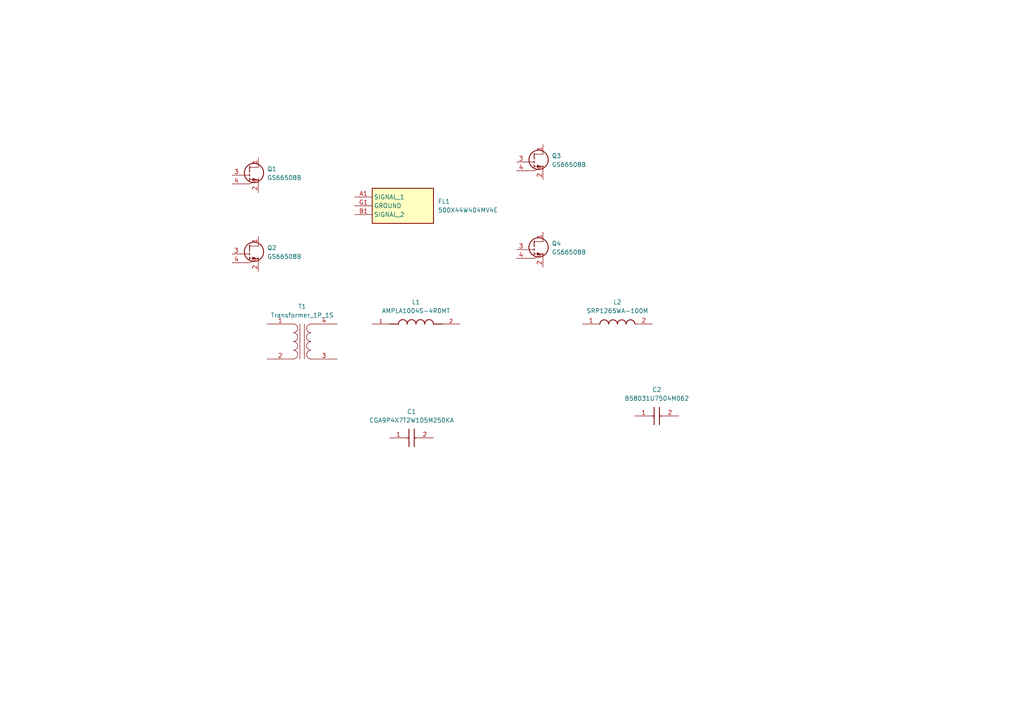
<source format=kicad_sch>
(kicad_sch
	(version 20231120)
	(generator "eeschema")
	(generator_version "8.0")
	(uuid "b82f84f7-1104-45fc-ac9a-6a9b988384b0")
	(paper "A4")
	(lib_symbols
		(symbol "500X44W404MV4E:500X44W404MV4E"
			(exclude_from_sim no)
			(in_bom yes)
			(on_board yes)
			(property "Reference" "FL"
				(at 24.13 7.62 0)
				(effects
					(font
						(size 1.27 1.27)
					)
					(justify left top)
				)
			)
			(property "Value" "500X44W404MV4E"
				(at 24.13 5.08 0)
				(effects
					(font
						(size 1.27 1.27)
					)
					(justify left top)
				)
			)
			(property "Footprint" "500X44W404MV4E"
				(at 24.13 -94.92 0)
				(effects
					(font
						(size 1.27 1.27)
					)
					(justify left top)
					(hide yes)
				)
			)
			(property "Datasheet" "https://www.johansondielectrics.com/downloads/emi-filter-and-decoupling-capacitors.pdf"
				(at 24.13 -194.92 0)
				(effects
					(font
						(size 1.27 1.27)
					)
					(justify left top)
					(hide yes)
				)
			)
			(property "Description" "Feed Through Capacitors 50volts 0.4uF 20% X7R"
				(at 0 0 0)
				(effects
					(font
						(size 1.27 1.27)
					)
					(hide yes)
				)
			)
			(property "Height" "1.778"
				(at 24.13 -394.92 0)
				(effects
					(font
						(size 1.27 1.27)
					)
					(justify left top)
					(hide yes)
				)
			)
			(property "Mouser Part Number" "605-500X44W404MV4E"
				(at 24.13 -494.92 0)
				(effects
					(font
						(size 1.27 1.27)
					)
					(justify left top)
					(hide yes)
				)
			)
			(property "Mouser Price/Stock" "https://www.mouser.co.uk/ProductDetail/Johanson-Dielectrics/500X44W404MV4E?qs=yCnrNFeXz%252BieuH0jCabfhg%3D%3D"
				(at 24.13 -594.92 0)
				(effects
					(font
						(size 1.27 1.27)
					)
					(justify left top)
					(hide yes)
				)
			)
			(property "Manufacturer_Name" "JOHANSON TECHNOLOGY"
				(at 24.13 -694.92 0)
				(effects
					(font
						(size 1.27 1.27)
					)
					(justify left top)
					(hide yes)
				)
			)
			(property "Manufacturer_Part_Number" "500X44W404MV4E"
				(at 24.13 -794.92 0)
				(effects
					(font
						(size 1.27 1.27)
					)
					(justify left top)
					(hide yes)
				)
			)
			(symbol "500X44W404MV4E_1_1"
				(rectangle
					(start 5.08 2.54)
					(end 22.86 -7.62)
					(stroke
						(width 0.254)
						(type default)
					)
					(fill
						(type background)
					)
				)
				(pin passive line
					(at 0 0 0)
					(length 5.08)
					(name "SIGNAL_1"
						(effects
							(font
								(size 1.27 1.27)
							)
						)
					)
					(number "A1"
						(effects
							(font
								(size 1.27 1.27)
							)
						)
					)
				)
				(pin passive line
					(at 0 -5.08 0)
					(length 5.08)
					(name "SIGNAL_2"
						(effects
							(font
								(size 1.27 1.27)
							)
						)
					)
					(number "B1"
						(effects
							(font
								(size 1.27 1.27)
							)
						)
					)
				)
				(pin passive line
					(at 0 -2.54 0)
					(length 5.08)
					(name "GROUND"
						(effects
							(font
								(size 1.27 1.27)
							)
						)
					)
					(number "G1"
						(effects
							(font
								(size 1.27 1.27)
							)
						)
					)
				)
			)
		)
		(symbol "AMPLA1004S-4R0MT:AMPLA1004S-4R0MT"
			(pin_names
				(offset 1.016)
			)
			(exclude_from_sim no)
			(in_bom yes)
			(on_board yes)
			(property "Reference" "L"
				(at -10.16 5.08 0)
				(effects
					(font
						(size 1.27 1.27)
					)
					(justify left bottom)
				)
			)
			(property "Value" "AMPLA1004S-4R0MT"
				(at -10.16 -5.08 0)
				(effects
					(font
						(size 1.27 1.27)
					)
					(justify left top)
				)
			)
			(property "Footprint" "AMPLA1004S-4R0MT:IND_AMPLA1004S-4R0MT"
				(at 0 0 0)
				(effects
					(font
						(size 1.27 1.27)
					)
					(justify bottom)
					(hide yes)
				)
			)
			(property "Datasheet" ""
				(at 0 0 0)
				(effects
					(font
						(size 1.27 1.27)
					)
					(hide yes)
				)
			)
			(property "Description" ""
				(at 0 0 0)
				(effects
					(font
						(size 1.27 1.27)
					)
					(hide yes)
				)
			)
			(property "MF" "Abracon LLC"
				(at 0 0 0)
				(effects
					(font
						(size 1.27 1.27)
					)
					(justify bottom)
					(hide yes)
				)
			)
			(property "MAXIMUM_PACKAGE_HEIGHT" "4.0 mm"
				(at 0 0 0)
				(effects
					(font
						(size 1.27 1.27)
					)
					(justify bottom)
					(hide yes)
				)
			)
			(property "Package" "Package"
				(at 0 0 0)
				(effects
					(font
						(size 1.27 1.27)
					)
					(justify bottom)
					(hide yes)
				)
			)
			(property "Price" "None"
				(at 0 0 0)
				(effects
					(font
						(size 1.27 1.27)
					)
					(justify bottom)
					(hide yes)
				)
			)
			(property "Check_prices" "https://www.snapeda.com/parts/AMPLA1004S-4R0MT/Abracon+LLC/view-part/?ref=eda"
				(at 0 0 0)
				(effects
					(font
						(size 1.27 1.27)
					)
					(justify bottom)
					(hide yes)
				)
			)
			(property "STANDARD" "Manufacturer Recommendations"
				(at 0 0 0)
				(effects
					(font
						(size 1.27 1.27)
					)
					(justify bottom)
					(hide yes)
				)
			)
			(property "PARTREV" "9/23/2019"
				(at 0 0 0)
				(effects
					(font
						(size 1.27 1.27)
					)
					(justify bottom)
					(hide yes)
				)
			)
			(property "SnapEDA_Link" "https://www.snapeda.com/parts/AMPLA1004S-4R0MT/Abracon+LLC/view-part/?ref=snap"
				(at 0 0 0)
				(effects
					(font
						(size 1.27 1.27)
					)
					(justify bottom)
					(hide yes)
				)
			)
			(property "MP" "AMPLA1004S-4R0MT"
				(at 0 0 0)
				(effects
					(font
						(size 1.27 1.27)
					)
					(justify bottom)
					(hide yes)
				)
			)
			(property "Purchase-URL" "https://www.snapeda.com/api/url_track_click_mouser/?unipart_id=6392982&manufacturer=Abracon LLC&part_name=AMPLA1004S-4R0MT&search_term= ampla1004s-4r0mt"
				(at 0 0 0)
				(effects
					(font
						(size 1.27 1.27)
					)
					(justify bottom)
					(hide yes)
				)
			)
			(property "Description_1" "\n4 µH Shielded Molded Inductor 10.2 A 15mOhm Max Nonstandard -\n"
				(at 0 0 0)
				(effects
					(font
						(size 1.27 1.27)
					)
					(justify bottom)
					(hide yes)
				)
			)
			(property "Availability" "In Stock"
				(at 0 0 0)
				(effects
					(font
						(size 1.27 1.27)
					)
					(justify bottom)
					(hide yes)
				)
			)
			(property "MANUFACTURER" "Abracon"
				(at 0 0 0)
				(effects
					(font
						(size 1.27 1.27)
					)
					(justify bottom)
					(hide yes)
				)
			)
			(symbol "AMPLA1004S-4R0MT_0_0"
				(arc
					(start -2.54 0)
					(mid -3.81 1.2645)
					(end -5.08 0)
					(stroke
						(width 0.254)
						(type default)
					)
					(fill
						(type none)
					)
				)
				(arc
					(start 0 0)
					(mid -1.27 1.2645)
					(end -2.54 0)
					(stroke
						(width 0.254)
						(type default)
					)
					(fill
						(type none)
					)
				)
				(polyline
					(pts
						(xy -5.08 0) (xy -7.62 0)
					)
					(stroke
						(width 0.254)
						(type default)
					)
					(fill
						(type none)
					)
				)
				(polyline
					(pts
						(xy 5.08 0) (xy 7.62 0)
					)
					(stroke
						(width 0.254)
						(type default)
					)
					(fill
						(type none)
					)
				)
				(arc
					(start 2.54 0)
					(mid 1.27 1.2645)
					(end 0 0)
					(stroke
						(width 0.254)
						(type default)
					)
					(fill
						(type none)
					)
				)
				(arc
					(start 5.08 0)
					(mid 3.81 1.2645)
					(end 2.54 0)
					(stroke
						(width 0.254)
						(type default)
					)
					(fill
						(type none)
					)
				)
				(pin passive line
					(at -12.7 0 0)
					(length 5.08)
					(name "~"
						(effects
							(font
								(size 1.016 1.016)
							)
						)
					)
					(number "1"
						(effects
							(font
								(size 1.016 1.016)
							)
						)
					)
				)
				(pin passive line
					(at 12.7 0 180)
					(length 5.08)
					(name "~"
						(effects
							(font
								(size 1.016 1.016)
							)
						)
					)
					(number "2"
						(effects
							(font
								(size 1.016 1.016)
							)
						)
					)
				)
			)
		)
		(symbol "B58031U7504M062:B58031U7504M062"
			(pin_names hide)
			(exclude_from_sim no)
			(in_bom yes)
			(on_board yes)
			(property "Reference" "C"
				(at 8.89 6.35 0)
				(effects
					(font
						(size 1.27 1.27)
					)
					(justify left top)
				)
			)
			(property "Value" "B58031U7504M062"
				(at 8.89 3.81 0)
				(effects
					(font
						(size 1.27 1.27)
					)
					(justify left top)
				)
			)
			(property "Footprint" "B58031U7504M062"
				(at 8.89 -96.19 0)
				(effects
					(font
						(size 1.27 1.27)
					)
					(justify left top)
					(hide yes)
				)
			)
			(property "Datasheet" "https://product.tdk.com/system/files/dam/doc/product/capacitor/ceramic/ceralink/data_sheet/20/10/ds/b58031_lp.pdf"
				(at 8.89 -196.19 0)
				(effects
					(font
						(size 1.27 1.27)
					)
					(justify left top)
					(hide yes)
				)
			)
			(property "Description" "Specialty Ceramic Capacitors 0.5uF 700V Ceralink LowProfile Capacitors for fast-switching semiconductors"
				(at 0 0 0)
				(effects
					(font
						(size 1.27 1.27)
					)
					(hide yes)
				)
			)
			(property "Height" "4.5"
				(at 8.89 -396.19 0)
				(effects
					(font
						(size 1.27 1.27)
					)
					(justify left top)
					(hide yes)
				)
			)
			(property "Mouser Part Number" "871-B58031U7504M062"
				(at 8.89 -496.19 0)
				(effects
					(font
						(size 1.27 1.27)
					)
					(justify left top)
					(hide yes)
				)
			)
			(property "Mouser Price/Stock" "https://www.mouser.co.uk/ProductDetail/EPCOS-TDK/B58031U7504M062?qs=%2FQ2qp2Z%2FWFy3CL6Fsp6ffA%3D%3D"
				(at 8.89 -596.19 0)
				(effects
					(font
						(size 1.27 1.27)
					)
					(justify left top)
					(hide yes)
				)
			)
			(property "Manufacturer_Name" "TDK"
				(at 8.89 -696.19 0)
				(effects
					(font
						(size 1.27 1.27)
					)
					(justify left top)
					(hide yes)
				)
			)
			(property "Manufacturer_Part_Number" "B58031U7504M062"
				(at 8.89 -796.19 0)
				(effects
					(font
						(size 1.27 1.27)
					)
					(justify left top)
					(hide yes)
				)
			)
			(symbol "B58031U7504M062_1_1"
				(polyline
					(pts
						(xy 5.08 0) (xy 5.588 0)
					)
					(stroke
						(width 0.254)
						(type default)
					)
					(fill
						(type none)
					)
				)
				(polyline
					(pts
						(xy 5.588 2.54) (xy 5.588 -2.54)
					)
					(stroke
						(width 0.254)
						(type default)
					)
					(fill
						(type none)
					)
				)
				(polyline
					(pts
						(xy 7.112 0) (xy 7.62 0)
					)
					(stroke
						(width 0.254)
						(type default)
					)
					(fill
						(type none)
					)
				)
				(polyline
					(pts
						(xy 7.112 2.54) (xy 7.112 -2.54)
					)
					(stroke
						(width 0.254)
						(type default)
					)
					(fill
						(type none)
					)
				)
				(pin passive line
					(at 0 0 0)
					(length 5.08)
					(name "+"
						(effects
							(font
								(size 1.27 1.27)
							)
						)
					)
					(number "1"
						(effects
							(font
								(size 1.27 1.27)
							)
						)
					)
				)
				(pin passive line
					(at 12.7 0 180)
					(length 5.08)
					(name "-"
						(effects
							(font
								(size 1.27 1.27)
							)
						)
					)
					(number "2"
						(effects
							(font
								(size 1.27 1.27)
							)
						)
					)
				)
			)
		)
		(symbol "CGA9P4X7T2W105M250KA:CGA9P4X7T2W105M250KA"
			(pin_names hide)
			(exclude_from_sim no)
			(in_bom yes)
			(on_board yes)
			(property "Reference" "C"
				(at 8.89 6.35 0)
				(effects
					(font
						(size 1.27 1.27)
					)
					(justify left top)
				)
			)
			(property "Value" "CGA9P4X7T2W105M250KA"
				(at 8.89 3.81 0)
				(effects
					(font
						(size 1.27 1.27)
					)
					(justify left top)
				)
			)
			(property "Footprint" "CAPC5750X280N"
				(at 8.89 -96.19 0)
				(effects
					(font
						(size 1.27 1.27)
					)
					(justify left top)
					(hide yes)
				)
			)
			(property "Datasheet" "https://product.tdk.com/system/files/dam/doc/product/capacitor/ceramic/mlcc/catalog/mlcc_automotive_midvoltage_en.pdf"
				(at 8.89 -196.19 0)
				(effects
					(font
						(size 1.27 1.27)
					)
					(justify left top)
					(hide yes)
				)
			)
			(property "Description" "Multilayer Ceramic Capacitors MLCC - SMD/SMT CGA 2220 450V 1uF X7T 20% AEC-Q200"
				(at 0 0 0)
				(effects
					(font
						(size 1.27 1.27)
					)
					(hide yes)
				)
			)
			(property "Height" "2.8"
				(at 8.89 -396.19 0)
				(effects
					(font
						(size 1.27 1.27)
					)
					(justify left top)
					(hide yes)
				)
			)
			(property "Mouser Part Number" "810-CGA9P4X7T2W105MA"
				(at 8.89 -496.19 0)
				(effects
					(font
						(size 1.27 1.27)
					)
					(justify left top)
					(hide yes)
				)
			)
			(property "Mouser Price/Stock" "https://www.mouser.co.uk/ProductDetail/TDK/CGA9P4X7T2W105M250KA?qs=xLDY6iXSiQZkSIOMY5VtRw%3D%3D"
				(at 8.89 -596.19 0)
				(effects
					(font
						(size 1.27 1.27)
					)
					(justify left top)
					(hide yes)
				)
			)
			(property "Manufacturer_Name" "TDK"
				(at 8.89 -696.19 0)
				(effects
					(font
						(size 1.27 1.27)
					)
					(justify left top)
					(hide yes)
				)
			)
			(property "Manufacturer_Part_Number" "CGA9P4X7T2W105M250KA"
				(at 8.89 -796.19 0)
				(effects
					(font
						(size 1.27 1.27)
					)
					(justify left top)
					(hide yes)
				)
			)
			(symbol "CGA9P4X7T2W105M250KA_1_1"
				(polyline
					(pts
						(xy 5.08 0) (xy 5.588 0)
					)
					(stroke
						(width 0.254)
						(type default)
					)
					(fill
						(type none)
					)
				)
				(polyline
					(pts
						(xy 5.588 2.54) (xy 5.588 -2.54)
					)
					(stroke
						(width 0.254)
						(type default)
					)
					(fill
						(type none)
					)
				)
				(polyline
					(pts
						(xy 7.112 0) (xy 7.62 0)
					)
					(stroke
						(width 0.254)
						(type default)
					)
					(fill
						(type none)
					)
				)
				(polyline
					(pts
						(xy 7.112 2.54) (xy 7.112 -2.54)
					)
					(stroke
						(width 0.254)
						(type default)
					)
					(fill
						(type none)
					)
				)
				(pin passive line
					(at 0 0 0)
					(length 5.08)
					(name "1"
						(effects
							(font
								(size 1.27 1.27)
							)
						)
					)
					(number "1"
						(effects
							(font
								(size 1.27 1.27)
							)
						)
					)
				)
				(pin passive line
					(at 12.7 0 180)
					(length 5.08)
					(name "2"
						(effects
							(font
								(size 1.27 1.27)
							)
						)
					)
					(number "2"
						(effects
							(font
								(size 1.27 1.27)
							)
						)
					)
				)
			)
		)
		(symbol "Device:Transformer_1P_1S"
			(pin_names
				(offset 1.016) hide)
			(exclude_from_sim no)
			(in_bom yes)
			(on_board yes)
			(property "Reference" "T"
				(at 0 6.35 0)
				(effects
					(font
						(size 1.27 1.27)
					)
				)
			)
			(property "Value" "Transformer_1P_1S"
				(at 0 -7.62 0)
				(effects
					(font
						(size 1.27 1.27)
					)
				)
			)
			(property "Footprint" ""
				(at 0 0 0)
				(effects
					(font
						(size 1.27 1.27)
					)
					(hide yes)
				)
			)
			(property "Datasheet" "~"
				(at 0 0 0)
				(effects
					(font
						(size 1.27 1.27)
					)
					(hide yes)
				)
			)
			(property "Description" "Transformer, single primary, single secondary"
				(at 0 0 0)
				(effects
					(font
						(size 1.27 1.27)
					)
					(hide yes)
				)
			)
			(property "ki_keywords" "transformer coil magnet"
				(at 0 0 0)
				(effects
					(font
						(size 1.27 1.27)
					)
					(hide yes)
				)
			)
			(symbol "Transformer_1P_1S_0_1"
				(arc
					(start -2.54 -5.0546)
					(mid -1.6599 -4.6901)
					(end -1.27 -3.81)
					(stroke
						(width 0)
						(type default)
					)
					(fill
						(type none)
					)
				)
				(arc
					(start -2.54 -2.5146)
					(mid -1.6599 -2.1501)
					(end -1.27 -1.27)
					(stroke
						(width 0)
						(type default)
					)
					(fill
						(type none)
					)
				)
				(arc
					(start -2.54 0.0254)
					(mid -1.6599 0.3899)
					(end -1.27 1.27)
					(stroke
						(width 0)
						(type default)
					)
					(fill
						(type none)
					)
				)
				(arc
					(start -2.54 2.5654)
					(mid -1.6599 2.9299)
					(end -1.27 3.81)
					(stroke
						(width 0)
						(type default)
					)
					(fill
						(type none)
					)
				)
				(arc
					(start -1.27 -3.81)
					(mid -1.642 -2.912)
					(end -2.54 -2.54)
					(stroke
						(width 0)
						(type default)
					)
					(fill
						(type none)
					)
				)
				(arc
					(start -1.27 -1.27)
					(mid -1.642 -0.372)
					(end -2.54 0)
					(stroke
						(width 0)
						(type default)
					)
					(fill
						(type none)
					)
				)
				(arc
					(start -1.27 1.27)
					(mid -1.642 2.168)
					(end -2.54 2.54)
					(stroke
						(width 0)
						(type default)
					)
					(fill
						(type none)
					)
				)
				(arc
					(start -1.27 3.81)
					(mid -1.642 4.708)
					(end -2.54 5.08)
					(stroke
						(width 0)
						(type default)
					)
					(fill
						(type none)
					)
				)
				(polyline
					(pts
						(xy -0.635 5.08) (xy -0.635 -5.08)
					)
					(stroke
						(width 0)
						(type default)
					)
					(fill
						(type none)
					)
				)
				(polyline
					(pts
						(xy 0.635 -5.08) (xy 0.635 5.08)
					)
					(stroke
						(width 0)
						(type default)
					)
					(fill
						(type none)
					)
				)
				(arc
					(start 1.2954 -1.27)
					(mid 1.6599 -2.1501)
					(end 2.54 -2.5146)
					(stroke
						(width 0)
						(type default)
					)
					(fill
						(type none)
					)
				)
				(arc
					(start 1.2954 1.27)
					(mid 1.6599 0.3899)
					(end 2.54 0.0254)
					(stroke
						(width 0)
						(type default)
					)
					(fill
						(type none)
					)
				)
				(arc
					(start 1.2954 3.81)
					(mid 1.6599 2.9299)
					(end 2.54 2.5654)
					(stroke
						(width 0)
						(type default)
					)
					(fill
						(type none)
					)
				)
				(arc
					(start 1.3208 -3.81)
					(mid 1.6853 -4.6901)
					(end 2.5654 -5.0546)
					(stroke
						(width 0)
						(type default)
					)
					(fill
						(type none)
					)
				)
				(arc
					(start 2.54 0)
					(mid 1.642 -0.372)
					(end 1.2954 -1.27)
					(stroke
						(width 0)
						(type default)
					)
					(fill
						(type none)
					)
				)
				(arc
					(start 2.54 2.54)
					(mid 1.642 2.168)
					(end 1.2954 1.27)
					(stroke
						(width 0)
						(type default)
					)
					(fill
						(type none)
					)
				)
				(arc
					(start 2.54 5.08)
					(mid 1.642 4.708)
					(end 1.2954 3.81)
					(stroke
						(width 0)
						(type default)
					)
					(fill
						(type none)
					)
				)
				(arc
					(start 2.5654 -2.54)
					(mid 1.6674 -2.912)
					(end 1.3208 -3.81)
					(stroke
						(width 0)
						(type default)
					)
					(fill
						(type none)
					)
				)
			)
			(symbol "Transformer_1P_1S_1_1"
				(pin passive line
					(at -10.16 5.08 0)
					(length 7.62)
					(name "AA"
						(effects
							(font
								(size 1.27 1.27)
							)
						)
					)
					(number "1"
						(effects
							(font
								(size 1.27 1.27)
							)
						)
					)
				)
				(pin passive line
					(at -10.16 -5.08 0)
					(length 7.62)
					(name "AB"
						(effects
							(font
								(size 1.27 1.27)
							)
						)
					)
					(number "2"
						(effects
							(font
								(size 1.27 1.27)
							)
						)
					)
				)
				(pin passive line
					(at 10.16 -5.08 180)
					(length 7.62)
					(name "SA"
						(effects
							(font
								(size 1.27 1.27)
							)
						)
					)
					(number "3"
						(effects
							(font
								(size 1.27 1.27)
							)
						)
					)
				)
				(pin passive line
					(at 10.16 5.08 180)
					(length 7.62)
					(name "SB"
						(effects
							(font
								(size 1.27 1.27)
							)
						)
					)
					(number "4"
						(effects
							(font
								(size 1.27 1.27)
							)
						)
					)
				)
			)
		)
		(symbol "SRP1265WA-100M:SRP1265WA-100M"
			(pin_names hide)
			(exclude_from_sim no)
			(in_bom yes)
			(on_board yes)
			(property "Reference" "L"
				(at 16.51 6.35 0)
				(effects
					(font
						(size 1.27 1.27)
					)
					(justify left top)
				)
			)
			(property "Value" "SRP1265WA-100M"
				(at 16.51 3.81 0)
				(effects
					(font
						(size 1.27 1.27)
					)
					(justify left top)
				)
			)
			(property "Footprint" "SRP1265WA100M"
				(at 16.51 -96.19 0)
				(effects
					(font
						(size 1.27 1.27)
					)
					(justify left top)
					(hide yes)
				)
			)
			(property "Datasheet" "http://www.bourns.com/docs/Product-Datasheets/SRP1265WA.pdf"
				(at 16.51 -196.19 0)
				(effects
					(font
						(size 1.27 1.27)
					)
					(justify left top)
					(hide yes)
				)
			)
			(property "Description" "Ind,13.6x12.6x6.2mm,10uH+/-20%,12A,shd"
				(at 0 0 0)
				(effects
					(font
						(size 1.27 1.27)
					)
					(hide yes)
				)
			)
			(property "Height" "6.5"
				(at 16.51 -396.19 0)
				(effects
					(font
						(size 1.27 1.27)
					)
					(justify left top)
					(hide yes)
				)
			)
			(property "Mouser Part Number" "652-SRP1265WA-100M"
				(at 16.51 -496.19 0)
				(effects
					(font
						(size 1.27 1.27)
					)
					(justify left top)
					(hide yes)
				)
			)
			(property "Mouser Price/Stock" "https://www.mouser.co.uk/ProductDetail/Bourns/SRP1265WA-100M?qs=Li%252BoUPsLEnsivRTJgF%252Bc3A%3D%3D"
				(at 16.51 -596.19 0)
				(effects
					(font
						(size 1.27 1.27)
					)
					(justify left top)
					(hide yes)
				)
			)
			(property "Manufacturer_Name" "Bourns"
				(at 16.51 -696.19 0)
				(effects
					(font
						(size 1.27 1.27)
					)
					(justify left top)
					(hide yes)
				)
			)
			(property "Manufacturer_Part_Number" "SRP1265WA-100M"
				(at 16.51 -796.19 0)
				(effects
					(font
						(size 1.27 1.27)
					)
					(justify left top)
					(hide yes)
				)
			)
			(symbol "SRP1265WA-100M_1_1"
				(arc
					(start 7.62 0)
					(mid 6.35 1.219)
					(end 5.08 0)
					(stroke
						(width 0.254)
						(type default)
					)
					(fill
						(type none)
					)
				)
				(arc
					(start 10.16 0)
					(mid 8.89 1.219)
					(end 7.62 0)
					(stroke
						(width 0.254)
						(type default)
					)
					(fill
						(type none)
					)
				)
				(arc
					(start 12.7 0)
					(mid 11.43 1.219)
					(end 10.16 0)
					(stroke
						(width 0.254)
						(type default)
					)
					(fill
						(type none)
					)
				)
				(arc
					(start 15.24 0)
					(mid 13.97 1.219)
					(end 12.7 0)
					(stroke
						(width 0.254)
						(type default)
					)
					(fill
						(type none)
					)
				)
				(pin passive line
					(at 0 0 0)
					(length 5.08)
					(name "1"
						(effects
							(font
								(size 1.27 1.27)
							)
						)
					)
					(number "1"
						(effects
							(font
								(size 1.27 1.27)
							)
						)
					)
				)
				(pin passive line
					(at 20.32 0 180)
					(length 5.08)
					(name "2"
						(effects
							(font
								(size 1.27 1.27)
							)
						)
					)
					(number "2"
						(effects
							(font
								(size 1.27 1.27)
							)
						)
					)
				)
			)
		)
		(symbol "Transistor_FET:GS66508B"
			(pin_names
				(offset 0) hide)
			(exclude_from_sim no)
			(in_bom yes)
			(on_board yes)
			(property "Reference" "Q"
				(at 5.08 1.905 0)
				(effects
					(font
						(size 1.27 1.27)
					)
					(justify left)
				)
			)
			(property "Value" "GS66508B"
				(at 5.08 0 0)
				(effects
					(font
						(size 1.27 1.27)
					)
					(justify left)
				)
			)
			(property "Footprint" "Transistor_Power:GaN_Systems_GaNPX-4_7x8.4mm"
				(at 5.08 -1.905 0)
				(effects
					(font
						(size 1.27 1.27)
						(italic yes)
					)
					(justify left)
					(hide yes)
				)
			)
			(property "Datasheet" "https://gansystems.com/wp-content/uploads/2020/04/GS66508B-DS-Rev-200402.pdf"
				(at 5.08 -3.81 0)
				(effects
					(font
						(size 1.27 1.27)
					)
					(justify left)
					(hide yes)
				)
			)
			(property "Description" "Bottom-side cooled 650 V E-mode GaN transistor, 30A Id, GaN_PX"
				(at 0 0 0)
				(effects
					(font
						(size 1.27 1.27)
					)
					(hide yes)
				)
			)
			(property "ki_keywords" "gan hemt bottom side cooled 650v enhancement mode 30a Id"
				(at 0 0 0)
				(effects
					(font
						(size 1.27 1.27)
					)
					(hide yes)
				)
			)
			(property "ki_fp_filters" "GaN?Systems?GaNPX*7x8.4mm*"
				(at 0 0 0)
				(effects
					(font
						(size 1.27 1.27)
					)
					(hide yes)
				)
			)
			(symbol "GS66508B_0_1"
				(polyline
					(pts
						(xy -2.54 -2.54) (xy 0 -2.54)
					)
					(stroke
						(width 0)
						(type default)
					)
					(fill
						(type none)
					)
				)
				(polyline
					(pts
						(xy 0 -2.54) (xy 2.54 -1.27)
					)
					(stroke
						(width 0)
						(type default)
					)
					(fill
						(type none)
					)
				)
				(polyline
					(pts
						(xy 0 0) (xy -2.54 0)
					)
					(stroke
						(width 0)
						(type default)
					)
					(fill
						(type none)
					)
				)
				(polyline
					(pts
						(xy 0 2.286) (xy 2.54 2.286)
					)
					(stroke
						(width 0)
						(type default)
					)
					(fill
						(type none)
					)
				)
				(polyline
					(pts
						(xy 2.54 -2.54) (xy 2.54 -1.27)
					)
					(stroke
						(width 0)
						(type default)
					)
					(fill
						(type none)
					)
				)
				(polyline
					(pts
						(xy 2.54 -1.27) (xy 0 -1.27)
					)
					(stroke
						(width 0)
						(type default)
					)
					(fill
						(type none)
					)
				)
				(polyline
					(pts
						(xy 2.54 2.286) (xy 2.54 2.54)
					)
					(stroke
						(width 0)
						(type default)
					)
					(fill
						(type none)
					)
				)
				(polyline
					(pts
						(xy 1.905 -1.27) (xy 0.889 -0.889) (xy 0.889 -1.651) (xy 1.905 -1.27)
					)
					(stroke
						(width 0)
						(type default)
					)
					(fill
						(type outline)
					)
				)
				(circle
					(center 1.27 0.635)
					(radius 2.794)
					(stroke
						(width 0.254)
						(type default)
					)
					(fill
						(type none)
					)
				)
				(circle
					(center 2.54 -1.27)
					(radius 0.127)
					(stroke
						(width 0)
						(type default)
					)
					(fill
						(type none)
					)
				)
			)
			(symbol "GS66508B_1_1"
				(polyline
					(pts
						(xy 0 -0.889) (xy 0 -1.524)
					)
					(stroke
						(width 0.254)
						(type default)
					)
					(fill
						(type none)
					)
				)
				(polyline
					(pts
						(xy 0 0.254) (xy 0 -0.254)
					)
					(stroke
						(width 0.254)
						(type default)
					)
					(fill
						(type none)
					)
				)
				(polyline
					(pts
						(xy 0 0.889) (xy 0 2.54)
					)
					(stroke
						(width 0.254)
						(type default)
					)
					(fill
						(type none)
					)
				)
				(pin passive line
					(at 2.54 5.08 270)
					(length 2.54)
					(name "D"
						(effects
							(font
								(size 1.27 1.27)
							)
						)
					)
					(number "1"
						(effects
							(font
								(size 1.27 1.27)
							)
						)
					)
				)
				(pin passive line
					(at 2.54 -5.08 90)
					(length 2.54)
					(name "S"
						(effects
							(font
								(size 1.27 1.27)
							)
						)
					)
					(number "2"
						(effects
							(font
								(size 1.27 1.27)
							)
						)
					)
				)
				(pin input line
					(at -5.08 0 0)
					(length 2.54)
					(name "G"
						(effects
							(font
								(size 1.27 1.27)
							)
						)
					)
					(number "3"
						(effects
							(font
								(size 1.27 1.27)
							)
						)
					)
				)
				(pin passive line
					(at -5.08 -2.54 0)
					(length 2.54)
					(name "SS"
						(effects
							(font
								(size 1.27 1.27)
							)
						)
					)
					(number "4"
						(effects
							(font
								(size 1.27 1.27)
							)
						)
					)
				)
			)
		)
	)
	(symbol
		(lib_id "B58031U7504M062:B58031U7504M062")
		(at 184.15 120.65 0)
		(unit 1)
		(exclude_from_sim no)
		(in_bom yes)
		(on_board yes)
		(dnp no)
		(fields_autoplaced yes)
		(uuid "0a3ce295-fb54-4df4-9c58-d760b1ccb57e")
		(property "Reference" "C2"
			(at 190.5 113.03 0)
			(effects
				(font
					(size 1.27 1.27)
				)
			)
		)
		(property "Value" "B58031U7504M062"
			(at 190.5 115.57 0)
			(effects
				(font
					(size 1.27 1.27)
				)
			)
		)
		(property "Footprint" "B58031U7504M062:B58031U7504M062"
			(at 193.04 216.84 0)
			(effects
				(font
					(size 1.27 1.27)
				)
				(justify left top)
				(hide yes)
			)
		)
		(property "Datasheet" "https://product.tdk.com/system/files/dam/doc/product/capacitor/ceramic/ceralink/data_sheet/20/10/ds/b58031_lp.pdf"
			(at 193.04 316.84 0)
			(effects
				(font
					(size 1.27 1.27)
				)
				(justify left top)
				(hide yes)
			)
		)
		(property "Description" "Specialty Ceramic Capacitors 0.5uF 700V Ceralink LowProfile Capacitors for fast-switching semiconductors"
			(at 184.15 120.65 0)
			(effects
				(font
					(size 1.27 1.27)
				)
				(hide yes)
			)
		)
		(property "Height" "4.5"
			(at 193.04 516.84 0)
			(effects
				(font
					(size 1.27 1.27)
				)
				(justify left top)
				(hide yes)
			)
		)
		(property "Mouser Part Number" "871-B58031U7504M062"
			(at 193.04 616.84 0)
			(effects
				(font
					(size 1.27 1.27)
				)
				(justify left top)
				(hide yes)
			)
		)
		(property "Mouser Price/Stock" "https://www.mouser.co.uk/ProductDetail/EPCOS-TDK/B58031U7504M062?qs=%2FQ2qp2Z%2FWFy3CL6Fsp6ffA%3D%3D"
			(at 193.04 716.84 0)
			(effects
				(font
					(size 1.27 1.27)
				)
				(justify left top)
				(hide yes)
			)
		)
		(property "Manufacturer_Name" "TDK"
			(at 193.04 816.84 0)
			(effects
				(font
					(size 1.27 1.27)
				)
				(justify left top)
				(hide yes)
			)
		)
		(property "Manufacturer_Part_Number" "B58031U7504M062"
			(at 193.04 916.84 0)
			(effects
				(font
					(size 1.27 1.27)
				)
				(justify left top)
				(hide yes)
			)
		)
		(pin "1"
			(uuid "284d7b68-2c90-48bb-a4fd-5b4b397c4bf8")
		)
		(pin "2"
			(uuid "4e68cfad-518e-47f4-b942-4fdb05b9628e")
		)
		(instances
			(project ""
				(path "/b82f84f7-1104-45fc-ac9a-6a9b988384b0"
					(reference "C2")
					(unit 1)
				)
			)
		)
	)
	(symbol
		(lib_id "Transistor_FET:GS66508B")
		(at 72.39 50.8 0)
		(unit 1)
		(exclude_from_sim no)
		(in_bom yes)
		(on_board yes)
		(dnp no)
		(fields_autoplaced yes)
		(uuid "1bb42459-c909-4fb9-9d8c-477109c87f09")
		(property "Reference" "Q1"
			(at 77.47 49.0219 0)
			(effects
				(font
					(size 1.27 1.27)
				)
				(justify left)
			)
		)
		(property "Value" "GS66508B"
			(at 77.47 51.5619 0)
			(effects
				(font
					(size 1.27 1.27)
				)
				(justify left)
			)
		)
		(property "Footprint" "Transistor_Power:GaN_Systems_GaNPX-4_7x8.4mm"
			(at 77.47 52.705 0)
			(effects
				(font
					(size 1.27 1.27)
					(italic yes)
				)
				(justify left)
				(hide yes)
			)
		)
		(property "Datasheet" "https://gansystems.com/wp-content/uploads/2020/04/GS66508B-DS-Rev-200402.pdf"
			(at 77.47 54.61 0)
			(effects
				(font
					(size 1.27 1.27)
				)
				(justify left)
				(hide yes)
			)
		)
		(property "Description" "Bottom-side cooled 650 V E-mode GaN transistor, 30A Id, GaN_PX"
			(at 72.39 50.8 0)
			(effects
				(font
					(size 1.27 1.27)
				)
				(hide yes)
			)
		)
		(pin "2"
			(uuid "b4365294-7c8d-4ad9-826d-6b5bab845db8")
		)
		(pin "1"
			(uuid "c11b4ee0-9112-41e3-88b7-2df8a3344d5a")
		)
		(pin "3"
			(uuid "37a47334-af42-4581-8db9-d1b572386f93")
		)
		(pin "4"
			(uuid "9930272e-f84e-4a20-8673-72147c130738")
		)
		(instances
			(project ""
				(path "/b82f84f7-1104-45fc-ac9a-6a9b988384b0"
					(reference "Q1")
					(unit 1)
				)
			)
		)
	)
	(symbol
		(lib_id "Transistor_FET:GS66508B")
		(at 154.94 46.99 0)
		(unit 1)
		(exclude_from_sim no)
		(in_bom yes)
		(on_board yes)
		(dnp no)
		(fields_autoplaced yes)
		(uuid "249d58a3-f441-43d4-b8f8-8d6a72ad60fc")
		(property "Reference" "Q3"
			(at 160.02 45.2119 0)
			(effects
				(font
					(size 1.27 1.27)
				)
				(justify left)
			)
		)
		(property "Value" "GS66508B"
			(at 160.02 47.7519 0)
			(effects
				(font
					(size 1.27 1.27)
				)
				(justify left)
			)
		)
		(property "Footprint" "Transistor_Power:GaN_Systems_GaNPX-4_7x8.4mm"
			(at 160.02 48.895 0)
			(effects
				(font
					(size 1.27 1.27)
					(italic yes)
				)
				(justify left)
				(hide yes)
			)
		)
		(property "Datasheet" "https://gansystems.com/wp-content/uploads/2020/04/GS66508B-DS-Rev-200402.pdf"
			(at 160.02 50.8 0)
			(effects
				(font
					(size 1.27 1.27)
				)
				(justify left)
				(hide yes)
			)
		)
		(property "Description" "Bottom-side cooled 650 V E-mode GaN transistor, 30A Id, GaN_PX"
			(at 154.94 46.99 0)
			(effects
				(font
					(size 1.27 1.27)
				)
				(hide yes)
			)
		)
		(pin "2"
			(uuid "7547d121-b2c0-4d2a-9230-81ed645b46fe")
		)
		(pin "1"
			(uuid "19685c2d-ce58-404a-b2f6-e1b946a706be")
		)
		(pin "3"
			(uuid "6eade50b-bee8-4536-b92e-4eebb8e88038")
		)
		(pin "4"
			(uuid "0a85fda3-2214-4cc8-8804-847d06d0e33c")
		)
		(instances
			(project "Evaluation_assignment"
				(path "/b82f84f7-1104-45fc-ac9a-6a9b988384b0"
					(reference "Q3")
					(unit 1)
				)
			)
		)
	)
	(symbol
		(lib_id "AMPLA1004S-4R0MT:AMPLA1004S-4R0MT")
		(at 120.65 93.98 0)
		(unit 1)
		(exclude_from_sim no)
		(in_bom yes)
		(on_board yes)
		(dnp no)
		(fields_autoplaced yes)
		(uuid "2a748acd-e3a9-4a14-bd86-1a9d609756ed")
		(property "Reference" "L1"
			(at 120.65 87.63 0)
			(effects
				(font
					(size 1.27 1.27)
				)
			)
		)
		(property "Value" "AMPLA1004S-4R0MT"
			(at 120.65 90.17 0)
			(effects
				(font
					(size 1.27 1.27)
				)
			)
		)
		(property "Footprint" "Assignment_design:IND_AMPLA1004S-4R0MT"
			(at 120.65 93.98 0)
			(effects
				(font
					(size 1.27 1.27)
				)
				(justify bottom)
				(hide yes)
			)
		)
		(property "Datasheet" ""
			(at 120.65 93.98 0)
			(effects
				(font
					(size 1.27 1.27)
				)
				(hide yes)
			)
		)
		(property "Description" ""
			(at 120.65 93.98 0)
			(effects
				(font
					(size 1.27 1.27)
				)
				(hide yes)
			)
		)
		(property "MF" "Abracon LLC"
			(at 120.65 93.98 0)
			(effects
				(font
					(size 1.27 1.27)
				)
				(justify bottom)
				(hide yes)
			)
		)
		(property "MAXIMUM_PACKAGE_HEIGHT" "4.0 mm"
			(at 120.65 93.98 0)
			(effects
				(font
					(size 1.27 1.27)
				)
				(justify bottom)
				(hide yes)
			)
		)
		(property "Package" "Package"
			(at 120.65 93.98 0)
			(effects
				(font
					(size 1.27 1.27)
				)
				(justify bottom)
				(hide yes)
			)
		)
		(property "Price" "None"
			(at 120.65 93.98 0)
			(effects
				(font
					(size 1.27 1.27)
				)
				(justify bottom)
				(hide yes)
			)
		)
		(property "Check_prices" "https://www.snapeda.com/parts/AMPLA1004S-4R0MT/Abracon+LLC/view-part/?ref=eda"
			(at 120.65 93.98 0)
			(effects
				(font
					(size 1.27 1.27)
				)
				(justify bottom)
				(hide yes)
			)
		)
		(property "STANDARD" "Manufacturer Recommendations"
			(at 120.65 93.98 0)
			(effects
				(font
					(size 1.27 1.27)
				)
				(justify bottom)
				(hide yes)
			)
		)
		(property "PARTREV" "9/23/2019"
			(at 120.65 93.98 0)
			(effects
				(font
					(size 1.27 1.27)
				)
				(justify bottom)
				(hide yes)
			)
		)
		(property "SnapEDA_Link" "https://www.snapeda.com/parts/AMPLA1004S-4R0MT/Abracon+LLC/view-part/?ref=snap"
			(at 120.65 93.98 0)
			(effects
				(font
					(size 1.27 1.27)
				)
				(justify bottom)
				(hide yes)
			)
		)
		(property "MP" "AMPLA1004S-4R0MT"
			(at 120.65 93.98 0)
			(effects
				(font
					(size 1.27 1.27)
				)
				(justify bottom)
				(hide yes)
			)
		)
		(property "Purchase-URL" "https://www.snapeda.com/api/url_track_click_mouser/?unipart_id=6392982&manufacturer=Abracon LLC&part_name=AMPLA1004S-4R0MT&search_term= ampla1004s-4r0mt"
			(at 120.65 93.98 0)
			(effects
				(font
					(size 1.27 1.27)
				)
				(justify bottom)
				(hide yes)
			)
		)
		(property "Description_1" "\n4 µH Shielded Molded Inductor 10.2 A 15mOhm Max Nonstandard -\n"
			(at 120.65 93.98 0)
			(effects
				(font
					(size 1.27 1.27)
				)
				(justify bottom)
				(hide yes)
			)
		)
		(property "Availability" "In Stock"
			(at 120.65 93.98 0)
			(effects
				(font
					(size 1.27 1.27)
				)
				(justify bottom)
				(hide yes)
			)
		)
		(property "MANUFACTURER" "Abracon"
			(at 120.65 93.98 0)
			(effects
				(font
					(size 1.27 1.27)
				)
				(justify bottom)
				(hide yes)
			)
		)
		(pin "1"
			(uuid "ed76f71b-eb5c-47e6-8ed1-2987dbe99407")
		)
		(pin "2"
			(uuid "76b9d7cc-d7b7-4085-8265-cf16594050c2")
		)
		(instances
			(project ""
				(path "/b82f84f7-1104-45fc-ac9a-6a9b988384b0"
					(reference "L1")
					(unit 1)
				)
			)
		)
	)
	(symbol
		(lib_id "Device:Transformer_1P_1S")
		(at 87.63 99.06 0)
		(unit 1)
		(exclude_from_sim no)
		(in_bom yes)
		(on_board yes)
		(dnp no)
		(fields_autoplaced yes)
		(uuid "4a9a3bdf-cd39-4837-a7d1-a2aef50989f6")
		(property "Reference" "T1"
			(at 87.6427 88.9 0)
			(effects
				(font
					(size 1.27 1.27)
				)
			)
		)
		(property "Value" "Transformer_1P_1S"
			(at 87.6427 91.44 0)
			(effects
				(font
					(size 1.27 1.27)
				)
			)
		)
		(property "Footprint" "B66484G0000X149:Transformer_B66484G0000X149"
			(at 87.63 99.06 0)
			(effects
				(font
					(size 1.27 1.27)
				)
				(hide yes)
			)
		)
		(property "Datasheet" "~"
			(at 87.63 99.06 0)
			(effects
				(font
					(size 1.27 1.27)
				)
				(hide yes)
			)
		)
		(property "Description" "Transformer, single primary, single secondary"
			(at 87.63 99.06 0)
			(effects
				(font
					(size 1.27 1.27)
				)
				(hide yes)
			)
		)
		(pin "1"
			(uuid "6c681dce-32c6-41a0-a2fb-87efd3d095dc")
		)
		(pin "2"
			(uuid "a321fd2d-4980-46a4-a45d-a2d2fefc6a10")
		)
		(pin "3"
			(uuid "47c0aa80-4c09-47e8-a0dc-e71b9343c2d1")
		)
		(pin "4"
			(uuid "a92e2f5c-1195-4b97-a8b2-37a2305d2607")
		)
		(instances
			(project ""
				(path "/b82f84f7-1104-45fc-ac9a-6a9b988384b0"
					(reference "T1")
					(unit 1)
				)
			)
		)
	)
	(symbol
		(lib_id "Transistor_FET:GS66508B")
		(at 72.39 73.66 0)
		(unit 1)
		(exclude_from_sim no)
		(in_bom yes)
		(on_board yes)
		(dnp no)
		(fields_autoplaced yes)
		(uuid "755d9f7b-716f-4279-8bee-7373a00311bd")
		(property "Reference" "Q2"
			(at 77.47 71.8819 0)
			(effects
				(font
					(size 1.27 1.27)
				)
				(justify left)
			)
		)
		(property "Value" "GS66508B"
			(at 77.47 74.4219 0)
			(effects
				(font
					(size 1.27 1.27)
				)
				(justify left)
			)
		)
		(property "Footprint" "Transistor_Power:GaN_Systems_GaNPX-4_7x8.4mm"
			(at 77.47 75.565 0)
			(effects
				(font
					(size 1.27 1.27)
					(italic yes)
				)
				(justify left)
				(hide yes)
			)
		)
		(property "Datasheet" "https://gansystems.com/wp-content/uploads/2020/04/GS66508B-DS-Rev-200402.pdf"
			(at 77.47 77.47 0)
			(effects
				(font
					(size 1.27 1.27)
				)
				(justify left)
				(hide yes)
			)
		)
		(property "Description" "Bottom-side cooled 650 V E-mode GaN transistor, 30A Id, GaN_PX"
			(at 72.39 73.66 0)
			(effects
				(font
					(size 1.27 1.27)
				)
				(hide yes)
			)
		)
		(pin "2"
			(uuid "edcd3a13-edda-473e-8223-eef855b0fe88")
		)
		(pin "1"
			(uuid "ac8cb927-af52-4d8f-be17-706be3649d49")
		)
		(pin "3"
			(uuid "000c4181-74c2-4132-9298-d7b13e9408ed")
		)
		(pin "4"
			(uuid "e26d4364-df07-4354-ab68-b51b9788f68a")
		)
		(instances
			(project "Evaluation_assignment"
				(path "/b82f84f7-1104-45fc-ac9a-6a9b988384b0"
					(reference "Q2")
					(unit 1)
				)
			)
		)
	)
	(symbol
		(lib_id "CGA9P4X7T2W105M250KA:CGA9P4X7T2W105M250KA")
		(at 113.03 127 0)
		(unit 1)
		(exclude_from_sim no)
		(in_bom yes)
		(on_board yes)
		(dnp no)
		(fields_autoplaced yes)
		(uuid "aad3bd59-8853-498b-b36d-de65c65f3b8e")
		(property "Reference" "C1"
			(at 119.38 119.38 0)
			(effects
				(font
					(size 1.27 1.27)
				)
			)
		)
		(property "Value" "CGA9P4X7T2W105M250KA"
			(at 119.38 121.92 0)
			(effects
				(font
					(size 1.27 1.27)
				)
			)
		)
		(property "Footprint" "CGA9P4X7T2W105M250KA:CAPC5750X280N"
			(at 121.92 223.19 0)
			(effects
				(font
					(size 1.27 1.27)
				)
				(justify left top)
				(hide yes)
			)
		)
		(property "Datasheet" "https://product.tdk.com/system/files/dam/doc/product/capacitor/ceramic/mlcc/catalog/mlcc_automotive_midvoltage_en.pdf"
			(at 121.92 323.19 0)
			(effects
				(font
					(size 1.27 1.27)
				)
				(justify left top)
				(hide yes)
			)
		)
		(property "Description" "Multilayer Ceramic Capacitors MLCC - SMD/SMT CGA 2220 450V 1uF X7T 20% AEC-Q200"
			(at 113.03 127 0)
			(effects
				(font
					(size 1.27 1.27)
				)
				(hide yes)
			)
		)
		(property "Height" "2.8"
			(at 121.92 523.19 0)
			(effects
				(font
					(size 1.27 1.27)
				)
				(justify left top)
				(hide yes)
			)
		)
		(property "Mouser Part Number" "810-CGA9P4X7T2W105MA"
			(at 121.92 623.19 0)
			(effects
				(font
					(size 1.27 1.27)
				)
				(justify left top)
				(hide yes)
			)
		)
		(property "Mouser Price/Stock" "https://www.mouser.co.uk/ProductDetail/TDK/CGA9P4X7T2W105M250KA?qs=xLDY6iXSiQZkSIOMY5VtRw%3D%3D"
			(at 121.92 723.19 0)
			(effects
				(font
					(size 1.27 1.27)
				)
				(justify left top)
				(hide yes)
			)
		)
		(property "Manufacturer_Name" "TDK"
			(at 121.92 823.19 0)
			(effects
				(font
					(size 1.27 1.27)
				)
				(justify left top)
				(hide yes)
			)
		)
		(property "Manufacturer_Part_Number" "CGA9P4X7T2W105M250KA"
			(at 121.92 923.19 0)
			(effects
				(font
					(size 1.27 1.27)
				)
				(justify left top)
				(hide yes)
			)
		)
		(pin "2"
			(uuid "df9a1abe-e005-4de5-b741-90e72f4b4f25")
		)
		(pin "1"
			(uuid "a26a7005-3467-4bd3-b61b-97c0b7698518")
		)
		(instances
			(project ""
				(path "/b82f84f7-1104-45fc-ac9a-6a9b988384b0"
					(reference "C1")
					(unit 1)
				)
			)
		)
	)
	(symbol
		(lib_id "SRP1265WA-100M:SRP1265WA-100M")
		(at 168.91 93.98 0)
		(unit 1)
		(exclude_from_sim no)
		(in_bom yes)
		(on_board yes)
		(dnp no)
		(fields_autoplaced yes)
		(uuid "ad9a64c1-7bd6-4c9b-9619-0a3e755ed573")
		(property "Reference" "L2"
			(at 179.07 87.63 0)
			(effects
				(font
					(size 1.27 1.27)
				)
			)
		)
		(property "Value" "SRP1265WA-100M"
			(at 179.07 90.17 0)
			(effects
				(font
					(size 1.27 1.27)
				)
			)
		)
		(property "Footprint" "SRP1265WA100M"
			(at 185.42 190.17 0)
			(effects
				(font
					(size 1.27 1.27)
				)
				(justify left top)
				(hide yes)
			)
		)
		(property "Datasheet" "http://www.bourns.com/docs/Product-Datasheets/SRP1265WA.pdf"
			(at 185.42 290.17 0)
			(effects
				(font
					(size 1.27 1.27)
				)
				(justify left top)
				(hide yes)
			)
		)
		(property "Description" "Ind,13.6x12.6x6.2mm,10uH+/-20%,12A,shd"
			(at 168.91 93.98 0)
			(effects
				(font
					(size 1.27 1.27)
				)
				(hide yes)
			)
		)
		(property "Height" "6.5"
			(at 185.42 490.17 0)
			(effects
				(font
					(size 1.27 1.27)
				)
				(justify left top)
				(hide yes)
			)
		)
		(property "Mouser Part Number" "652-SRP1265WA-100M"
			(at 185.42 590.17 0)
			(effects
				(font
					(size 1.27 1.27)
				)
				(justify left top)
				(hide yes)
			)
		)
		(property "Mouser Price/Stock" "https://www.mouser.co.uk/ProductDetail/Bourns/SRP1265WA-100M?qs=Li%252BoUPsLEnsivRTJgF%252Bc3A%3D%3D"
			(at 185.42 690.17 0)
			(effects
				(font
					(size 1.27 1.27)
				)
				(justify left top)
				(hide yes)
			)
		)
		(property "Manufacturer_Name" "Bourns"
			(at 185.42 790.17 0)
			(effects
				(font
					(size 1.27 1.27)
				)
				(justify left top)
				(hide yes)
			)
		)
		(property "Manufacturer_Part_Number" "SRP1265WA-100M"
			(at 185.42 890.17 0)
			(effects
				(font
					(size 1.27 1.27)
				)
				(justify left top)
				(hide yes)
			)
		)
		(pin "1"
			(uuid "79ae0761-3323-425e-9781-1c5fb4422e21")
		)
		(pin "2"
			(uuid "fae70467-9f24-4836-874c-1fe645d63506")
		)
		(instances
			(project ""
				(path "/b82f84f7-1104-45fc-ac9a-6a9b988384b0"
					(reference "L2")
					(unit 1)
				)
			)
		)
	)
	(symbol
		(lib_id "Transistor_FET:GS66508B")
		(at 154.94 72.39 0)
		(unit 1)
		(exclude_from_sim no)
		(in_bom yes)
		(on_board yes)
		(dnp no)
		(fields_autoplaced yes)
		(uuid "f4a297f2-3387-4e01-aa98-fa1a2ea54e08")
		(property "Reference" "Q4"
			(at 160.02 70.6119 0)
			(effects
				(font
					(size 1.27 1.27)
				)
				(justify left)
			)
		)
		(property "Value" "GS66508B"
			(at 160.02 73.1519 0)
			(effects
				(font
					(size 1.27 1.27)
				)
				(justify left)
			)
		)
		(property "Footprint" "Transistor_Power:GaN_Systems_GaNPX-4_7x8.4mm"
			(at 160.02 74.295 0)
			(effects
				(font
					(size 1.27 1.27)
					(italic yes)
				)
				(justify left)
				(hide yes)
			)
		)
		(property "Datasheet" "https://gansystems.com/wp-content/uploads/2020/04/GS66508B-DS-Rev-200402.pdf"
			(at 160.02 76.2 0)
			(effects
				(font
					(size 1.27 1.27)
				)
				(justify left)
				(hide yes)
			)
		)
		(property "Description" "Bottom-side cooled 650 V E-mode GaN transistor, 30A Id, GaN_PX"
			(at 154.94 72.39 0)
			(effects
				(font
					(size 1.27 1.27)
				)
				(hide yes)
			)
		)
		(pin "2"
			(uuid "7e37e7ee-b1e1-4fb3-bf8b-472701209364")
		)
		(pin "1"
			(uuid "d339f55f-0f52-480e-b8f7-a16e092c7dee")
		)
		(pin "3"
			(uuid "feb0f02c-bc75-4858-a329-1857c3ef47a4")
		)
		(pin "4"
			(uuid "fbbef165-2ff9-4d5c-bace-242fe72d02e7")
		)
		(instances
			(project "Evaluation_assignment"
				(path "/b82f84f7-1104-45fc-ac9a-6a9b988384b0"
					(reference "Q4")
					(unit 1)
				)
			)
		)
	)
	(symbol
		(lib_id "500X44W404MV4E:500X44W404MV4E")
		(at 102.87 57.15 0)
		(unit 1)
		(exclude_from_sim no)
		(in_bom yes)
		(on_board yes)
		(dnp no)
		(fields_autoplaced yes)
		(uuid "f651ced3-78a0-45ab-87ea-d1b6602f8f7a")
		(property "Reference" "FL1"
			(at 127 58.4199 0)
			(effects
				(font
					(size 1.27 1.27)
				)
				(justify left)
			)
		)
		(property "Value" "500X44W404MV4E"
			(at 127 60.9599 0)
			(effects
				(font
					(size 1.27 1.27)
				)
				(justify left)
			)
		)
		(property "Footprint" "500X44W404MV4E:500X44W404MV4E"
			(at 127 152.07 0)
			(effects
				(font
					(size 1.27 1.27)
				)
				(justify left top)
				(hide yes)
			)
		)
		(property "Datasheet" "https://www.johansondielectrics.com/downloads/emi-filter-and-decoupling-capacitors.pdf"
			(at 127 252.07 0)
			(effects
				(font
					(size 1.27 1.27)
				)
				(justify left top)
				(hide yes)
			)
		)
		(property "Description" "Feed Through Capacitors 50volts 0.4uF 20% X7R"
			(at 102.87 57.15 0)
			(effects
				(font
					(size 1.27 1.27)
				)
				(hide yes)
			)
		)
		(property "Height" "1.778"
			(at 127 452.07 0)
			(effects
				(font
					(size 1.27 1.27)
				)
				(justify left top)
				(hide yes)
			)
		)
		(property "Mouser Part Number" "605-500X44W404MV4E"
			(at 127 552.07 0)
			(effects
				(font
					(size 1.27 1.27)
				)
				(justify left top)
				(hide yes)
			)
		)
		(property "Mouser Price/Stock" "https://www.mouser.co.uk/ProductDetail/Johanson-Dielectrics/500X44W404MV4E?qs=yCnrNFeXz%252BieuH0jCabfhg%3D%3D"
			(at 127 652.07 0)
			(effects
				(font
					(size 1.27 1.27)
				)
				(justify left top)
				(hide yes)
			)
		)
		(property "Manufacturer_Name" "JOHANSON TECHNOLOGY"
			(at 127 752.07 0)
			(effects
				(font
					(size 1.27 1.27)
				)
				(justify left top)
				(hide yes)
			)
		)
		(property "Manufacturer_Part_Number" "500X44W404MV4E"
			(at 127 852.07 0)
			(effects
				(font
					(size 1.27 1.27)
				)
				(justify left top)
				(hide yes)
			)
		)
		(pin "A1"
			(uuid "f914d16a-16d4-44d7-803f-6f1e2fadb01e")
		)
		(pin "G1"
			(uuid "89972efa-48c9-42ae-9c45-9a2aca10c3b2")
		)
		(pin "B1"
			(uuid "ad225aaa-55da-46dd-a70c-2de39b0b8afb")
		)
		(instances
			(project ""
				(path "/b82f84f7-1104-45fc-ac9a-6a9b988384b0"
					(reference "FL1")
					(unit 1)
				)
			)
		)
	)
	(sheet_instances
		(path "/"
			(page "1")
		)
	)
)

</source>
